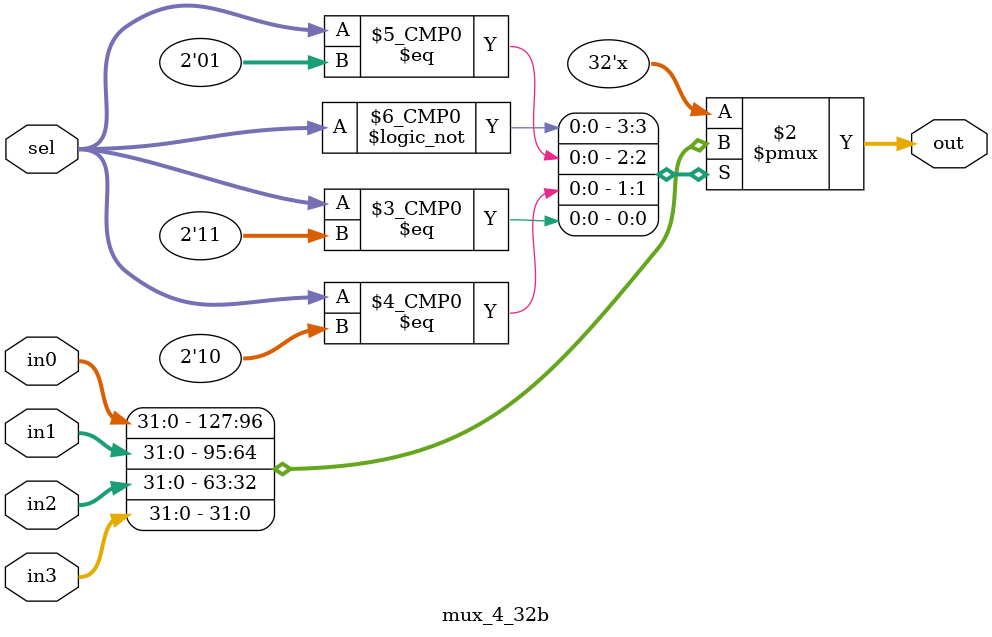
<source format=v>
`timescale 1ns / 1ps
module mux_2_1b(
    input sel,
	input in0,
	input in1,
	output reg out
    );
	always @(*) begin
        case(sel)
        0: out<=in0;
        1: out<=in1;
        endcase
    end
endmodule


module mux_4_5b(
    input [1:0]sel,
	input [4:0]in0,
	input [4:0]in1,
	input [4:0]in2,
	input [4:0]in3,
	output reg [4:0]out
    );
	always @(*) begin
        case(sel)
        2'b00: out<=in0;
        2'b01: out<=in1;
        2'b10: out<=in2;
        2'b11: out<=in3;
        endcase
    end
endmodule

module mux_2_32b(
    input sel,
	input [31:0]in0,
	input [31:0]in1,
	output reg [31:0]out
    );
	always @(*) begin
        case(sel)
        0: out<=in0;
        1: out<=in1;
        endcase
    end
endmodule

module mux_4_32b(
    input [1:0]sel,
	input [31:0]in0,
	input [31:0]in1,
	input [31:0]in2,
	input [31:0]in3,
	output reg [31:0]out
    );
	always @(*) begin
        case(sel)
        2'b00: out<=in0;
        2'b01: out<=in1;
        2'b10: out<=in2;
        2'b11: out<=in3;
        endcase
    end
endmodule
</source>
